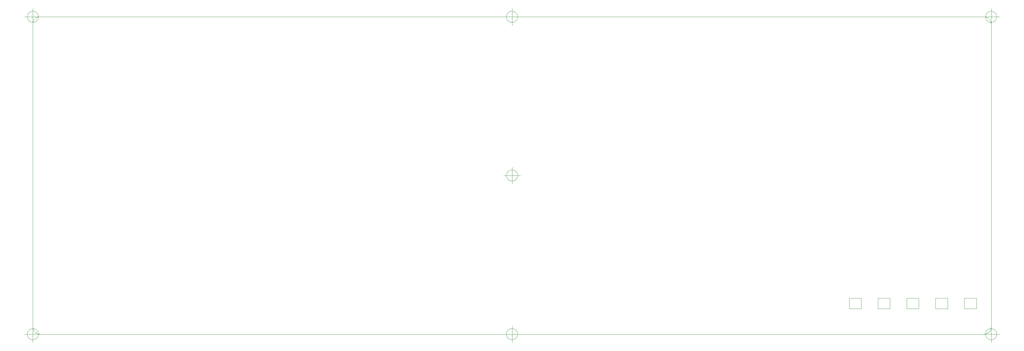
<source format=gbr>
%TF.GenerationSoftware,KiCad,Pcbnew,(5.1.9)-1*%
%TF.CreationDate,2021-04-22T03:27:36+09:00*%
%TF.ProjectId,yuiop60hh4,7975696f-7036-4306-9868-342e6b696361,4*%
%TF.SameCoordinates,Original*%
%TF.FileFunction,Profile,NP*%
%FSLAX46Y46*%
G04 Gerber Fmt 4.6, Leading zero omitted, Abs format (unit mm)*
G04 Created by KiCad (PCBNEW (5.1.9)-1) date 2021-04-22 03:27:36*
%MOMM*%
%LPD*%
G01*
G04 APERTURE LIST*
%TA.AperFunction,Profile*%
%ADD10C,0.050000*%
%TD*%
%TA.AperFunction,Profile*%
%ADD11C,0.120000*%
%TD*%
G04 APERTURE END LIST*
D10*
X71666666Y-194610000D02*
G75*
G03*
X71666666Y-194610000I-1666666J0D01*
G01*
X67500000Y-194610000D02*
X72500000Y-194610000D01*
X70000000Y-192110000D02*
X70000000Y-197110000D01*
X356666666Y-194610000D02*
G75*
G03*
X356666666Y-194610000I-1666666J0D01*
G01*
X352500000Y-194610000D02*
X357500000Y-194610000D01*
X355000000Y-192110000D02*
X355000000Y-197110000D01*
X355000000Y-192610000D02*
G75*
G02*
X353000000Y-194610000I-2000000J0D01*
G01*
X353000000Y-100010000D02*
G75*
G02*
X355000000Y-102010000I0J-2000000D01*
G01*
X70000000Y-102000000D02*
G75*
G02*
X72000000Y-100000000I2000000J0D01*
G01*
X72000000Y-194610000D02*
G75*
G02*
X70000000Y-192610000I0J2000000D01*
G01*
X72000000Y-194610000D02*
X353000000Y-194610000D01*
X70000000Y-102000000D02*
X70000000Y-192610000D01*
X353000000Y-100010000D02*
X72000000Y-100000000D01*
X355000000Y-192610000D02*
X355000000Y-102010000D01*
X214166666Y-100010000D02*
G75*
G03*
X214166666Y-100010000I-1666666J0D01*
G01*
X210000000Y-100010000D02*
X215000000Y-100010000D01*
X212500000Y-97510000D02*
X212500000Y-102510000D01*
X214166666Y-194610000D02*
G75*
G03*
X214166666Y-194610000I-1666666J0D01*
G01*
X210000000Y-194610000D02*
X215000000Y-194610000D01*
X212500000Y-192110000D02*
X212500000Y-197110000D01*
X214166666Y-147310000D02*
G75*
G03*
X214166666Y-147310000I-1666666J0D01*
G01*
X210000000Y-147310000D02*
X215000000Y-147310000D01*
X212500000Y-144810000D02*
X212500000Y-149810000D01*
X356666666Y-100010000D02*
G75*
G03*
X356666666Y-100010000I-1666666J0D01*
G01*
X352500000Y-100010000D02*
X357500000Y-100010000D01*
X355000000Y-97510000D02*
X355000000Y-102510000D01*
X71666666Y-100000000D02*
G75*
G03*
X71666666Y-100000000I-1666666J0D01*
G01*
X67500000Y-100000000D02*
X72500000Y-100000000D01*
X70000000Y-97500000D02*
X70000000Y-102500000D01*
D11*
%TO.C,LED5*%
X347009000Y-183891000D02*
X350609000Y-183891000D01*
X350609000Y-183891000D02*
X350609000Y-186991000D01*
X350609000Y-186991000D02*
X347009000Y-186991000D01*
X347009000Y-186991000D02*
X347009000Y-183891000D01*
%TO.C,LED4*%
X338443000Y-183891000D02*
X342043000Y-183891000D01*
X342043000Y-183891000D02*
X342043000Y-186991000D01*
X342043000Y-186991000D02*
X338443000Y-186991000D01*
X338443000Y-186991000D02*
X338443000Y-183891000D01*
%TO.C,LED3*%
X329877000Y-183891000D02*
X333477000Y-183891000D01*
X333477000Y-183891000D02*
X333477000Y-186991000D01*
X333477000Y-186991000D02*
X329877000Y-186991000D01*
X329877000Y-186991000D02*
X329877000Y-183891000D01*
%TO.C,LED2*%
X321311000Y-183891000D02*
X324911000Y-183891000D01*
X324911000Y-183891000D02*
X324911000Y-186991000D01*
X324911000Y-186991000D02*
X321311000Y-186991000D01*
X321311000Y-186991000D02*
X321311000Y-183891000D01*
%TO.C,LED1*%
X312744000Y-183891000D02*
X316344000Y-183891000D01*
X316344000Y-183891000D02*
X316344000Y-186991000D01*
X316344000Y-186991000D02*
X312744000Y-186991000D01*
X312744000Y-186991000D02*
X312744000Y-183891000D01*
%TD*%
M02*

</source>
